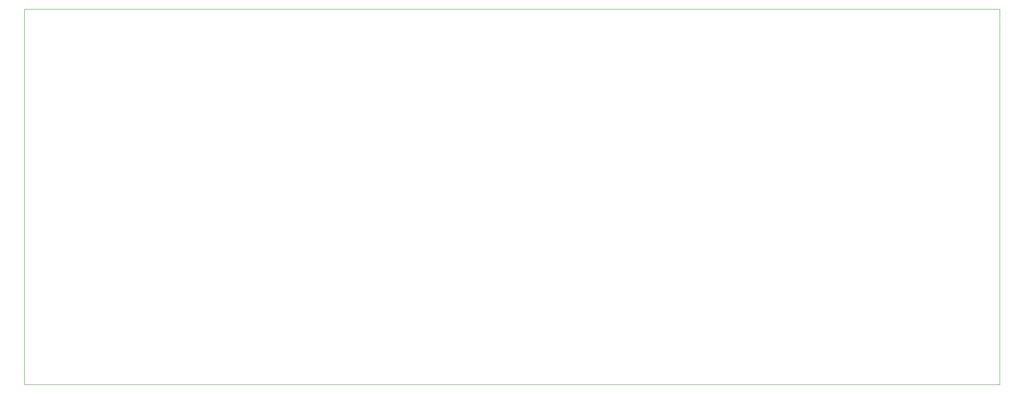
<source format=gbr>
%TF.GenerationSoftware,KiCad,Pcbnew,(6.0.10)*%
%TF.CreationDate,2023-01-11T22:52:15+03:00*%
%TF.ProjectId,my_pcb,6d795f70-6362-42e6-9b69-6361645f7063,rev?*%
%TF.SameCoordinates,Original*%
%TF.FileFunction,Profile,NP*%
%FSLAX46Y46*%
G04 Gerber Fmt 4.6, Leading zero omitted, Abs format (unit mm)*
G04 Created by KiCad (PCBNEW (6.0.10)) date 2023-01-11 22:52:15*
%MOMM*%
%LPD*%
G01*
G04 APERTURE LIST*
%TA.AperFunction,Profile*%
%ADD10C,0.050000*%
%TD*%
G04 APERTURE END LIST*
D10*
X66255325Y-51651349D02*
X266255325Y-51651349D01*
X266255325Y-51651349D02*
X266255325Y-128651349D01*
X266255325Y-128651349D02*
X66255325Y-128651349D01*
X66255325Y-128651349D02*
X66255325Y-51651349D01*
M02*

</source>
